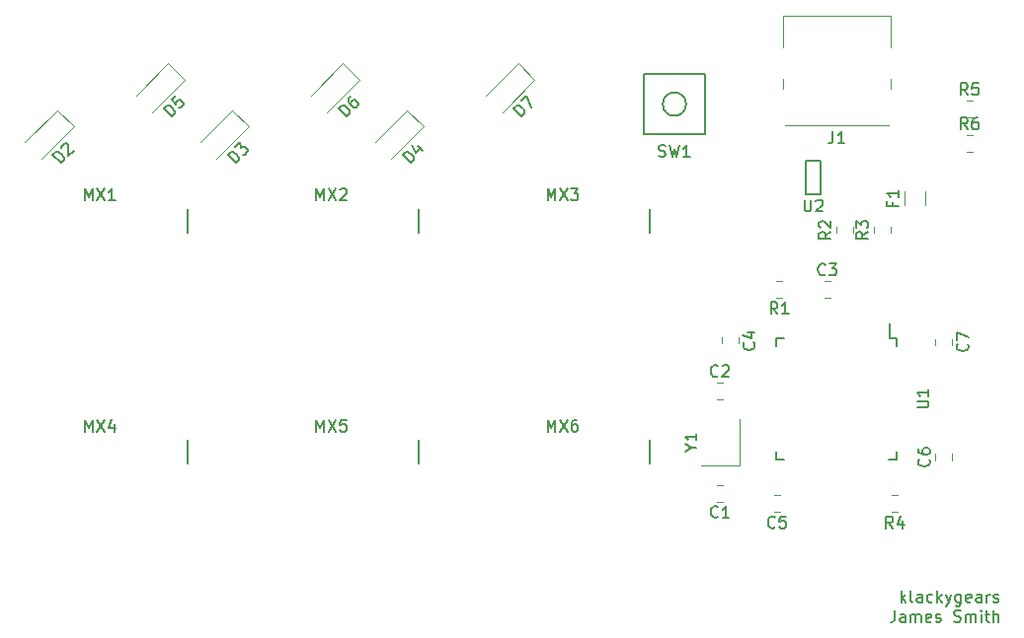
<source format=gbr>
G04 #@! TF.GenerationSoftware,KiCad,Pcbnew,(5.1.5)-3*
G04 #@! TF.CreationDate,2020-04-23T15:25:22-04:00*
G04 #@! TF.ProjectId,Flying_MX,466c7969-6e67-45f4-9d58-2e6b69636164,rev?*
G04 #@! TF.SameCoordinates,Original*
G04 #@! TF.FileFunction,Legend,Top*
G04 #@! TF.FilePolarity,Positive*
%FSLAX46Y46*%
G04 Gerber Fmt 4.6, Leading zero omitted, Abs format (unit mm)*
G04 Created by KiCad (PCBNEW (5.1.5)-3) date 2020-04-23 15:25:22*
%MOMM*%
%LPD*%
G04 APERTURE LIST*
%ADD10C,0.150000*%
%ADD11C,0.120000*%
G04 APERTURE END LIST*
D10*
X128490476Y-78252380D02*
X128490476Y-78966666D01*
X128442857Y-79109523D01*
X128347619Y-79204761D01*
X128204761Y-79252380D01*
X128109523Y-79252380D01*
X129395238Y-79252380D02*
X129395238Y-78728571D01*
X129347619Y-78633333D01*
X129252380Y-78585714D01*
X129061904Y-78585714D01*
X128966666Y-78633333D01*
X129395238Y-79204761D02*
X129300000Y-79252380D01*
X129061904Y-79252380D01*
X128966666Y-79204761D01*
X128919047Y-79109523D01*
X128919047Y-79014285D01*
X128966666Y-78919047D01*
X129061904Y-78871428D01*
X129300000Y-78871428D01*
X129395238Y-78823809D01*
X129871428Y-79252380D02*
X129871428Y-78585714D01*
X129871428Y-78680952D02*
X129919047Y-78633333D01*
X130014285Y-78585714D01*
X130157142Y-78585714D01*
X130252380Y-78633333D01*
X130300000Y-78728571D01*
X130300000Y-79252380D01*
X130300000Y-78728571D02*
X130347619Y-78633333D01*
X130442857Y-78585714D01*
X130585714Y-78585714D01*
X130680952Y-78633333D01*
X130728571Y-78728571D01*
X130728571Y-79252380D01*
X131585714Y-79204761D02*
X131490476Y-79252380D01*
X131300000Y-79252380D01*
X131204761Y-79204761D01*
X131157142Y-79109523D01*
X131157142Y-78728571D01*
X131204761Y-78633333D01*
X131300000Y-78585714D01*
X131490476Y-78585714D01*
X131585714Y-78633333D01*
X131633333Y-78728571D01*
X131633333Y-78823809D01*
X131157142Y-78919047D01*
X132014285Y-79204761D02*
X132109523Y-79252380D01*
X132300000Y-79252380D01*
X132395238Y-79204761D01*
X132442857Y-79109523D01*
X132442857Y-79061904D01*
X132395238Y-78966666D01*
X132300000Y-78919047D01*
X132157142Y-78919047D01*
X132061904Y-78871428D01*
X132014285Y-78776190D01*
X132014285Y-78728571D01*
X132061904Y-78633333D01*
X132157142Y-78585714D01*
X132300000Y-78585714D01*
X132395238Y-78633333D01*
X133585714Y-79204761D02*
X133728571Y-79252380D01*
X133966666Y-79252380D01*
X134061904Y-79204761D01*
X134109523Y-79157142D01*
X134157142Y-79061904D01*
X134157142Y-78966666D01*
X134109523Y-78871428D01*
X134061904Y-78823809D01*
X133966666Y-78776190D01*
X133776190Y-78728571D01*
X133680952Y-78680952D01*
X133633333Y-78633333D01*
X133585714Y-78538095D01*
X133585714Y-78442857D01*
X133633333Y-78347619D01*
X133680952Y-78300000D01*
X133776190Y-78252380D01*
X134014285Y-78252380D01*
X134157142Y-78300000D01*
X134585714Y-79252380D02*
X134585714Y-78585714D01*
X134585714Y-78680952D02*
X134633333Y-78633333D01*
X134728571Y-78585714D01*
X134871428Y-78585714D01*
X134966666Y-78633333D01*
X135014285Y-78728571D01*
X135014285Y-79252380D01*
X135014285Y-78728571D02*
X135061904Y-78633333D01*
X135157142Y-78585714D01*
X135300000Y-78585714D01*
X135395238Y-78633333D01*
X135442857Y-78728571D01*
X135442857Y-79252380D01*
X135919047Y-79252380D02*
X135919047Y-78585714D01*
X135919047Y-78252380D02*
X135871428Y-78300000D01*
X135919047Y-78347619D01*
X135966666Y-78300000D01*
X135919047Y-78252380D01*
X135919047Y-78347619D01*
X136252380Y-78585714D02*
X136633333Y-78585714D01*
X136395238Y-78252380D02*
X136395238Y-79109523D01*
X136442857Y-79204761D01*
X136538095Y-79252380D01*
X136633333Y-79252380D01*
X136966666Y-79252380D02*
X136966666Y-78252380D01*
X137395238Y-79252380D02*
X137395238Y-78728571D01*
X137347619Y-78633333D01*
X137252380Y-78585714D01*
X137109523Y-78585714D01*
X137014285Y-78633333D01*
X136966666Y-78680952D01*
X129057142Y-77552380D02*
X129057142Y-76552380D01*
X129152380Y-77171428D02*
X129438095Y-77552380D01*
X129438095Y-76885714D02*
X129057142Y-77266666D01*
X130009523Y-77552380D02*
X129914285Y-77504761D01*
X129866666Y-77409523D01*
X129866666Y-76552380D01*
X130819047Y-77552380D02*
X130819047Y-77028571D01*
X130771428Y-76933333D01*
X130676190Y-76885714D01*
X130485714Y-76885714D01*
X130390476Y-76933333D01*
X130819047Y-77504761D02*
X130723809Y-77552380D01*
X130485714Y-77552380D01*
X130390476Y-77504761D01*
X130342857Y-77409523D01*
X130342857Y-77314285D01*
X130390476Y-77219047D01*
X130485714Y-77171428D01*
X130723809Y-77171428D01*
X130819047Y-77123809D01*
X131723809Y-77504761D02*
X131628571Y-77552380D01*
X131438095Y-77552380D01*
X131342857Y-77504761D01*
X131295238Y-77457142D01*
X131247619Y-77361904D01*
X131247619Y-77076190D01*
X131295238Y-76980952D01*
X131342857Y-76933333D01*
X131438095Y-76885714D01*
X131628571Y-76885714D01*
X131723809Y-76933333D01*
X132152380Y-77552380D02*
X132152380Y-76552380D01*
X132247619Y-77171428D02*
X132533333Y-77552380D01*
X132533333Y-76885714D02*
X132152380Y-77266666D01*
X132866666Y-76885714D02*
X133104761Y-77552380D01*
X133342857Y-76885714D02*
X133104761Y-77552380D01*
X133009523Y-77790476D01*
X132961904Y-77838095D01*
X132866666Y-77885714D01*
X134152380Y-76885714D02*
X134152380Y-77695238D01*
X134104761Y-77790476D01*
X134057142Y-77838095D01*
X133961904Y-77885714D01*
X133819047Y-77885714D01*
X133723809Y-77838095D01*
X134152380Y-77504761D02*
X134057142Y-77552380D01*
X133866666Y-77552380D01*
X133771428Y-77504761D01*
X133723809Y-77457142D01*
X133676190Y-77361904D01*
X133676190Y-77076190D01*
X133723809Y-76980952D01*
X133771428Y-76933333D01*
X133866666Y-76885714D01*
X134057142Y-76885714D01*
X134152380Y-76933333D01*
X135009523Y-77504761D02*
X134914285Y-77552380D01*
X134723809Y-77552380D01*
X134628571Y-77504761D01*
X134580952Y-77409523D01*
X134580952Y-77028571D01*
X134628571Y-76933333D01*
X134723809Y-76885714D01*
X134914285Y-76885714D01*
X135009523Y-76933333D01*
X135057142Y-77028571D01*
X135057142Y-77123809D01*
X134580952Y-77219047D01*
X135914285Y-77552380D02*
X135914285Y-77028571D01*
X135866666Y-76933333D01*
X135771428Y-76885714D01*
X135580952Y-76885714D01*
X135485714Y-76933333D01*
X135914285Y-77504761D02*
X135819047Y-77552380D01*
X135580952Y-77552380D01*
X135485714Y-77504761D01*
X135438095Y-77409523D01*
X135438095Y-77314285D01*
X135485714Y-77219047D01*
X135580952Y-77171428D01*
X135819047Y-77171428D01*
X135914285Y-77123809D01*
X136390476Y-77552380D02*
X136390476Y-76885714D01*
X136390476Y-77076190D02*
X136438095Y-76980952D01*
X136485714Y-76933333D01*
X136580952Y-76885714D01*
X136676190Y-76885714D01*
X136961904Y-77504761D02*
X137057142Y-77552380D01*
X137247619Y-77552380D01*
X137342857Y-77504761D01*
X137390476Y-77409523D01*
X137390476Y-77361904D01*
X137342857Y-77266666D01*
X137247619Y-77219047D01*
X137104761Y-77219047D01*
X137009523Y-77171428D01*
X136961904Y-77076190D01*
X136961904Y-77028571D01*
X137009523Y-76933333D01*
X137104761Y-76885714D01*
X137247619Y-76885714D01*
X137342857Y-76933333D01*
X122150000Y-39650000D02*
X122150000Y-42550000D01*
X122150000Y-39650000D02*
X120850000Y-39650000D01*
X120850000Y-39650000D02*
X120850000Y-42550000D01*
X120850000Y-42550000D02*
X122150000Y-42550000D01*
X107000000Y-32200000D02*
X112200000Y-32200000D01*
X112200000Y-32200000D02*
X112200000Y-37400000D01*
X112200000Y-37400000D02*
X107000000Y-37400000D01*
X107000000Y-37400000D02*
X107000000Y-32200000D01*
X110600000Y-34800000D02*
G75*
G03X110600000Y-34800000I-1000000J0D01*
G01*
X107512500Y-63643750D02*
X107512500Y-65643750D01*
X87668750Y-63643750D02*
X87668750Y-65643750D01*
X67825000Y-63643750D02*
X67825000Y-65643750D01*
X107512500Y-43800000D02*
X107512500Y-45800000D01*
X87668750Y-43800000D02*
X87668750Y-45800000D01*
X67825000Y-43800000D02*
X67825000Y-45800000D01*
D11*
X128120000Y-33500000D02*
X128120000Y-32600000D01*
X118930000Y-33500000D02*
X118930000Y-32600000D01*
X128120000Y-29900000D02*
X128120000Y-27170000D01*
X118930000Y-29900000D02*
X118930000Y-27170000D01*
X128000000Y-36580000D02*
X119050000Y-36580000D01*
X128120000Y-27170000D02*
X118930000Y-27170000D01*
X131110000Y-43502064D02*
X131110000Y-42297936D01*
X129290000Y-43502064D02*
X129290000Y-42297936D01*
X134641422Y-38860000D02*
X135158578Y-38860000D01*
X134641422Y-37440000D02*
X135158578Y-37440000D01*
X134641422Y-35910000D02*
X135158578Y-35910000D01*
X134641422Y-34490000D02*
X135158578Y-34490000D01*
D10*
X128100000Y-54925000D02*
X128100000Y-53650000D01*
X128675000Y-65275000D02*
X128675000Y-64600000D01*
X118325000Y-65275000D02*
X118325000Y-64600000D01*
X118325000Y-54925000D02*
X118325000Y-55600000D01*
X128675000Y-54925000D02*
X128675000Y-55600000D01*
X118325000Y-54925000D02*
X119000000Y-54925000D01*
X118325000Y-65275000D02*
X119000000Y-65275000D01*
X128675000Y-65275000D02*
X128000000Y-65275000D01*
X128675000Y-54925000D02*
X128100000Y-54925000D01*
D11*
X113241422Y-60110000D02*
X113758578Y-60110000D01*
X113241422Y-58690000D02*
X113758578Y-58690000D01*
X113758578Y-67490000D02*
X113241422Y-67490000D01*
X113758578Y-68910000D02*
X113241422Y-68910000D01*
X115150000Y-65800000D02*
X115150000Y-61800000D01*
X111850000Y-65800000D02*
X115150000Y-65800000D01*
X58098097Y-36716117D02*
X55340381Y-39473833D01*
X56683883Y-35301903D02*
X53926167Y-38059619D01*
X58098097Y-36716117D02*
X56683883Y-35301903D01*
X128758578Y-68390000D02*
X128241422Y-68390000D01*
X128758578Y-69810000D02*
X128241422Y-69810000D01*
X128110000Y-45858578D02*
X128110000Y-45341422D01*
X126690000Y-45858578D02*
X126690000Y-45341422D01*
X124910000Y-45858578D02*
X124910000Y-45341422D01*
X123490000Y-45858578D02*
X123490000Y-45341422D01*
X118858578Y-49990000D02*
X118341422Y-49990000D01*
X118858578Y-51410000D02*
X118341422Y-51410000D01*
X97598097Y-32716117D02*
X94840381Y-35473833D01*
X96183883Y-31301903D02*
X93426167Y-34059619D01*
X97598097Y-32716117D02*
X96183883Y-31301903D01*
X82598097Y-32716117D02*
X79840381Y-35473833D01*
X81183883Y-31301903D02*
X78426167Y-34059619D01*
X82598097Y-32716117D02*
X81183883Y-31301903D01*
X67598097Y-32716117D02*
X64840381Y-35473833D01*
X66183883Y-31301903D02*
X63426167Y-34059619D01*
X67598097Y-32716117D02*
X66183883Y-31301903D01*
X88098097Y-36716117D02*
X85340381Y-39473833D01*
X86683883Y-35301903D02*
X83926167Y-38059619D01*
X88098097Y-36716117D02*
X86683883Y-35301903D01*
X73098097Y-36716117D02*
X70340381Y-39473833D01*
X71683883Y-35301903D02*
X68926167Y-38059619D01*
X73098097Y-36716117D02*
X71683883Y-35301903D01*
X131990000Y-54941422D02*
X131990000Y-55458578D01*
X133410000Y-54941422D02*
X133410000Y-55458578D01*
X133410000Y-65358578D02*
X133410000Y-64841422D01*
X131990000Y-65358578D02*
X131990000Y-64841422D01*
X118658578Y-68390000D02*
X118141422Y-68390000D01*
X118658578Y-69810000D02*
X118141422Y-69810000D01*
X113690000Y-54841422D02*
X113690000Y-55358578D01*
X115110000Y-54841422D02*
X115110000Y-55358578D01*
X122441422Y-51410000D02*
X122958578Y-51410000D01*
X122441422Y-49990000D02*
X122958578Y-49990000D01*
D10*
X120738095Y-43002380D02*
X120738095Y-43811904D01*
X120785714Y-43907142D01*
X120833333Y-43954761D01*
X120928571Y-44002380D01*
X121119047Y-44002380D01*
X121214285Y-43954761D01*
X121261904Y-43907142D01*
X121309523Y-43811904D01*
X121309523Y-43002380D01*
X121738095Y-43097619D02*
X121785714Y-43050000D01*
X121880952Y-43002380D01*
X122119047Y-43002380D01*
X122214285Y-43050000D01*
X122261904Y-43097619D01*
X122309523Y-43192857D01*
X122309523Y-43288095D01*
X122261904Y-43430952D01*
X121690476Y-44002380D01*
X122309523Y-44002380D01*
X108266666Y-39268761D02*
X108409523Y-39316380D01*
X108647619Y-39316380D01*
X108742857Y-39268761D01*
X108790476Y-39221142D01*
X108838095Y-39125904D01*
X108838095Y-39030666D01*
X108790476Y-38935428D01*
X108742857Y-38887809D01*
X108647619Y-38840190D01*
X108457142Y-38792571D01*
X108361904Y-38744952D01*
X108314285Y-38697333D01*
X108266666Y-38602095D01*
X108266666Y-38506857D01*
X108314285Y-38411619D01*
X108361904Y-38364000D01*
X108457142Y-38316380D01*
X108695238Y-38316380D01*
X108838095Y-38364000D01*
X109171428Y-38316380D02*
X109409523Y-39316380D01*
X109600000Y-38602095D01*
X109790476Y-39316380D01*
X110028571Y-38316380D01*
X110933333Y-39316380D02*
X110361904Y-39316380D01*
X110647619Y-39316380D02*
X110647619Y-38316380D01*
X110552380Y-38459238D01*
X110457142Y-38554476D01*
X110361904Y-38602095D01*
X98726785Y-62896130D02*
X98726785Y-61896130D01*
X99060119Y-62610416D01*
X99393452Y-61896130D01*
X99393452Y-62896130D01*
X99774404Y-61896130D02*
X100441071Y-62896130D01*
X100441071Y-61896130D02*
X99774404Y-62896130D01*
X101250595Y-61896130D02*
X101060119Y-61896130D01*
X100964880Y-61943750D01*
X100917261Y-61991369D01*
X100822023Y-62134226D01*
X100774404Y-62324702D01*
X100774404Y-62705654D01*
X100822023Y-62800892D01*
X100869642Y-62848511D01*
X100964880Y-62896130D01*
X101155357Y-62896130D01*
X101250595Y-62848511D01*
X101298214Y-62800892D01*
X101345833Y-62705654D01*
X101345833Y-62467559D01*
X101298214Y-62372321D01*
X101250595Y-62324702D01*
X101155357Y-62277083D01*
X100964880Y-62277083D01*
X100869642Y-62324702D01*
X100822023Y-62372321D01*
X100774404Y-62467559D01*
X78883035Y-62896130D02*
X78883035Y-61896130D01*
X79216369Y-62610416D01*
X79549702Y-61896130D01*
X79549702Y-62896130D01*
X79930654Y-61896130D02*
X80597321Y-62896130D01*
X80597321Y-61896130D02*
X79930654Y-62896130D01*
X81454464Y-61896130D02*
X80978273Y-61896130D01*
X80930654Y-62372321D01*
X80978273Y-62324702D01*
X81073511Y-62277083D01*
X81311607Y-62277083D01*
X81406845Y-62324702D01*
X81454464Y-62372321D01*
X81502083Y-62467559D01*
X81502083Y-62705654D01*
X81454464Y-62800892D01*
X81406845Y-62848511D01*
X81311607Y-62896130D01*
X81073511Y-62896130D01*
X80978273Y-62848511D01*
X80930654Y-62800892D01*
X59039285Y-62896130D02*
X59039285Y-61896130D01*
X59372619Y-62610416D01*
X59705952Y-61896130D01*
X59705952Y-62896130D01*
X60086904Y-61896130D02*
X60753571Y-62896130D01*
X60753571Y-61896130D02*
X60086904Y-62896130D01*
X61563095Y-62229464D02*
X61563095Y-62896130D01*
X61325000Y-61848511D02*
X61086904Y-62562797D01*
X61705952Y-62562797D01*
X98726785Y-43052380D02*
X98726785Y-42052380D01*
X99060119Y-42766666D01*
X99393452Y-42052380D01*
X99393452Y-43052380D01*
X99774404Y-42052380D02*
X100441071Y-43052380D01*
X100441071Y-42052380D02*
X99774404Y-43052380D01*
X100726785Y-42052380D02*
X101345833Y-42052380D01*
X101012500Y-42433333D01*
X101155357Y-42433333D01*
X101250595Y-42480952D01*
X101298214Y-42528571D01*
X101345833Y-42623809D01*
X101345833Y-42861904D01*
X101298214Y-42957142D01*
X101250595Y-43004761D01*
X101155357Y-43052380D01*
X100869642Y-43052380D01*
X100774404Y-43004761D01*
X100726785Y-42957142D01*
X78883035Y-43052380D02*
X78883035Y-42052380D01*
X79216369Y-42766666D01*
X79549702Y-42052380D01*
X79549702Y-43052380D01*
X79930654Y-42052380D02*
X80597321Y-43052380D01*
X80597321Y-42052380D02*
X79930654Y-43052380D01*
X80930654Y-42147619D02*
X80978273Y-42100000D01*
X81073511Y-42052380D01*
X81311607Y-42052380D01*
X81406845Y-42100000D01*
X81454464Y-42147619D01*
X81502083Y-42242857D01*
X81502083Y-42338095D01*
X81454464Y-42480952D01*
X80883035Y-43052380D01*
X81502083Y-43052380D01*
X59039285Y-43052380D02*
X59039285Y-42052380D01*
X59372619Y-42766666D01*
X59705952Y-42052380D01*
X59705952Y-43052380D01*
X60086904Y-42052380D02*
X60753571Y-43052380D01*
X60753571Y-42052380D02*
X60086904Y-43052380D01*
X61658333Y-43052380D02*
X61086904Y-43052380D01*
X61372619Y-43052380D02*
X61372619Y-42052380D01*
X61277380Y-42195238D01*
X61182142Y-42290476D01*
X61086904Y-42338095D01*
X123191666Y-37152380D02*
X123191666Y-37866666D01*
X123144047Y-38009523D01*
X123048809Y-38104761D01*
X122905952Y-38152380D01*
X122810714Y-38152380D01*
X124191666Y-38152380D02*
X123620238Y-38152380D01*
X123905952Y-38152380D02*
X123905952Y-37152380D01*
X123810714Y-37295238D01*
X123715476Y-37390476D01*
X123620238Y-37438095D01*
X128308571Y-43233333D02*
X128308571Y-43566666D01*
X128832380Y-43566666D02*
X127832380Y-43566666D01*
X127832380Y-43090476D01*
X128832380Y-42185714D02*
X128832380Y-42757142D01*
X128832380Y-42471428D02*
X127832380Y-42471428D01*
X127975238Y-42566666D01*
X128070476Y-42661904D01*
X128118095Y-42757142D01*
X134733333Y-36952380D02*
X134400000Y-36476190D01*
X134161904Y-36952380D02*
X134161904Y-35952380D01*
X134542857Y-35952380D01*
X134638095Y-36000000D01*
X134685714Y-36047619D01*
X134733333Y-36142857D01*
X134733333Y-36285714D01*
X134685714Y-36380952D01*
X134638095Y-36428571D01*
X134542857Y-36476190D01*
X134161904Y-36476190D01*
X135590476Y-35952380D02*
X135400000Y-35952380D01*
X135304761Y-36000000D01*
X135257142Y-36047619D01*
X135161904Y-36190476D01*
X135114285Y-36380952D01*
X135114285Y-36761904D01*
X135161904Y-36857142D01*
X135209523Y-36904761D01*
X135304761Y-36952380D01*
X135495238Y-36952380D01*
X135590476Y-36904761D01*
X135638095Y-36857142D01*
X135685714Y-36761904D01*
X135685714Y-36523809D01*
X135638095Y-36428571D01*
X135590476Y-36380952D01*
X135495238Y-36333333D01*
X135304761Y-36333333D01*
X135209523Y-36380952D01*
X135161904Y-36428571D01*
X135114285Y-36523809D01*
X134733333Y-34002380D02*
X134400000Y-33526190D01*
X134161904Y-34002380D02*
X134161904Y-33002380D01*
X134542857Y-33002380D01*
X134638095Y-33050000D01*
X134685714Y-33097619D01*
X134733333Y-33192857D01*
X134733333Y-33335714D01*
X134685714Y-33430952D01*
X134638095Y-33478571D01*
X134542857Y-33526190D01*
X134161904Y-33526190D01*
X135638095Y-33002380D02*
X135161904Y-33002380D01*
X135114285Y-33478571D01*
X135161904Y-33430952D01*
X135257142Y-33383333D01*
X135495238Y-33383333D01*
X135590476Y-33430952D01*
X135638095Y-33478571D01*
X135685714Y-33573809D01*
X135685714Y-33811904D01*
X135638095Y-33907142D01*
X135590476Y-33954761D01*
X135495238Y-34002380D01*
X135257142Y-34002380D01*
X135161904Y-33954761D01*
X135114285Y-33907142D01*
X130402380Y-60861904D02*
X131211904Y-60861904D01*
X131307142Y-60814285D01*
X131354761Y-60766666D01*
X131402380Y-60671428D01*
X131402380Y-60480952D01*
X131354761Y-60385714D01*
X131307142Y-60338095D01*
X131211904Y-60290476D01*
X130402380Y-60290476D01*
X131402380Y-59290476D02*
X131402380Y-59861904D01*
X131402380Y-59576190D02*
X130402380Y-59576190D01*
X130545238Y-59671428D01*
X130640476Y-59766666D01*
X130688095Y-59861904D01*
X113333333Y-58107142D02*
X113285714Y-58154761D01*
X113142857Y-58202380D01*
X113047619Y-58202380D01*
X112904761Y-58154761D01*
X112809523Y-58059523D01*
X112761904Y-57964285D01*
X112714285Y-57773809D01*
X112714285Y-57630952D01*
X112761904Y-57440476D01*
X112809523Y-57345238D01*
X112904761Y-57250000D01*
X113047619Y-57202380D01*
X113142857Y-57202380D01*
X113285714Y-57250000D01*
X113333333Y-57297619D01*
X113714285Y-57297619D02*
X113761904Y-57250000D01*
X113857142Y-57202380D01*
X114095238Y-57202380D01*
X114190476Y-57250000D01*
X114238095Y-57297619D01*
X114285714Y-57392857D01*
X114285714Y-57488095D01*
X114238095Y-57630952D01*
X113666666Y-58202380D01*
X114285714Y-58202380D01*
X113333333Y-70207142D02*
X113285714Y-70254761D01*
X113142857Y-70302380D01*
X113047619Y-70302380D01*
X112904761Y-70254761D01*
X112809523Y-70159523D01*
X112761904Y-70064285D01*
X112714285Y-69873809D01*
X112714285Y-69730952D01*
X112761904Y-69540476D01*
X112809523Y-69445238D01*
X112904761Y-69350000D01*
X113047619Y-69302380D01*
X113142857Y-69302380D01*
X113285714Y-69350000D01*
X113333333Y-69397619D01*
X114285714Y-70302380D02*
X113714285Y-70302380D01*
X114000000Y-70302380D02*
X114000000Y-69302380D01*
X113904761Y-69445238D01*
X113809523Y-69540476D01*
X113714285Y-69588095D01*
X111026190Y-64276190D02*
X111502380Y-64276190D01*
X110502380Y-64609523D02*
X111026190Y-64276190D01*
X110502380Y-63942857D01*
X111502380Y-63085714D02*
X111502380Y-63657142D01*
X111502380Y-63371428D02*
X110502380Y-63371428D01*
X110645238Y-63466666D01*
X110740476Y-63561904D01*
X110788095Y-63657142D01*
X57012183Y-39856007D02*
X56305076Y-39148901D01*
X56473435Y-38980542D01*
X56608122Y-38913198D01*
X56742809Y-38913198D01*
X56843824Y-38946870D01*
X57012183Y-39047885D01*
X57113198Y-39148901D01*
X57214214Y-39317259D01*
X57247885Y-39418275D01*
X57247885Y-39552962D01*
X57180542Y-39687649D01*
X57012183Y-39856007D01*
X57045855Y-38542809D02*
X57045855Y-38475465D01*
X57079526Y-38374450D01*
X57247885Y-38206091D01*
X57348901Y-38172420D01*
X57416244Y-38172420D01*
X57517259Y-38206091D01*
X57584603Y-38273435D01*
X57651946Y-38408122D01*
X57651946Y-39216244D01*
X58089679Y-38778511D01*
X128333333Y-71202380D02*
X128000000Y-70726190D01*
X127761904Y-71202380D02*
X127761904Y-70202380D01*
X128142857Y-70202380D01*
X128238095Y-70250000D01*
X128285714Y-70297619D01*
X128333333Y-70392857D01*
X128333333Y-70535714D01*
X128285714Y-70630952D01*
X128238095Y-70678571D01*
X128142857Y-70726190D01*
X127761904Y-70726190D01*
X129190476Y-70535714D02*
X129190476Y-71202380D01*
X128952380Y-70154761D02*
X128714285Y-70869047D01*
X129333333Y-70869047D01*
X126202380Y-45766666D02*
X125726190Y-46100000D01*
X126202380Y-46338095D02*
X125202380Y-46338095D01*
X125202380Y-45957142D01*
X125250000Y-45861904D01*
X125297619Y-45814285D01*
X125392857Y-45766666D01*
X125535714Y-45766666D01*
X125630952Y-45814285D01*
X125678571Y-45861904D01*
X125726190Y-45957142D01*
X125726190Y-46338095D01*
X125202380Y-45433333D02*
X125202380Y-44814285D01*
X125583333Y-45147619D01*
X125583333Y-45004761D01*
X125630952Y-44909523D01*
X125678571Y-44861904D01*
X125773809Y-44814285D01*
X126011904Y-44814285D01*
X126107142Y-44861904D01*
X126154761Y-44909523D01*
X126202380Y-45004761D01*
X126202380Y-45290476D01*
X126154761Y-45385714D01*
X126107142Y-45433333D01*
X123002380Y-45766666D02*
X122526190Y-46100000D01*
X123002380Y-46338095D02*
X122002380Y-46338095D01*
X122002380Y-45957142D01*
X122050000Y-45861904D01*
X122097619Y-45814285D01*
X122192857Y-45766666D01*
X122335714Y-45766666D01*
X122430952Y-45814285D01*
X122478571Y-45861904D01*
X122526190Y-45957142D01*
X122526190Y-46338095D01*
X122097619Y-45385714D02*
X122050000Y-45338095D01*
X122002380Y-45242857D01*
X122002380Y-45004761D01*
X122050000Y-44909523D01*
X122097619Y-44861904D01*
X122192857Y-44814285D01*
X122288095Y-44814285D01*
X122430952Y-44861904D01*
X123002380Y-45433333D01*
X123002380Y-44814285D01*
X118433333Y-52802380D02*
X118100000Y-52326190D01*
X117861904Y-52802380D02*
X117861904Y-51802380D01*
X118242857Y-51802380D01*
X118338095Y-51850000D01*
X118385714Y-51897619D01*
X118433333Y-51992857D01*
X118433333Y-52135714D01*
X118385714Y-52230952D01*
X118338095Y-52278571D01*
X118242857Y-52326190D01*
X117861904Y-52326190D01*
X119385714Y-52802380D02*
X118814285Y-52802380D01*
X119100000Y-52802380D02*
X119100000Y-51802380D01*
X119004761Y-51945238D01*
X118909523Y-52040476D01*
X118814285Y-52088095D01*
X96512183Y-35856007D02*
X95805076Y-35148901D01*
X95973435Y-34980542D01*
X96108122Y-34913198D01*
X96242809Y-34913198D01*
X96343824Y-34946870D01*
X96512183Y-35047885D01*
X96613198Y-35148901D01*
X96714214Y-35317259D01*
X96747885Y-35418275D01*
X96747885Y-35552962D01*
X96680542Y-35687649D01*
X96512183Y-35856007D01*
X96444839Y-34509137D02*
X96916244Y-34037733D01*
X97320305Y-35047885D01*
X81512183Y-35856007D02*
X80805076Y-35148901D01*
X80973435Y-34980542D01*
X81108122Y-34913198D01*
X81242809Y-34913198D01*
X81343824Y-34946870D01*
X81512183Y-35047885D01*
X81613198Y-35148901D01*
X81714214Y-35317259D01*
X81747885Y-35418275D01*
X81747885Y-35552962D01*
X81680542Y-35687649D01*
X81512183Y-35856007D01*
X81815229Y-34138748D02*
X81680542Y-34273435D01*
X81646870Y-34374450D01*
X81646870Y-34441794D01*
X81680542Y-34610152D01*
X81781557Y-34778511D01*
X82050931Y-35047885D01*
X82151946Y-35081557D01*
X82219290Y-35081557D01*
X82320305Y-35047885D01*
X82454992Y-34913198D01*
X82488664Y-34812183D01*
X82488664Y-34744839D01*
X82454992Y-34643824D01*
X82286633Y-34475465D01*
X82185618Y-34441794D01*
X82118275Y-34441794D01*
X82017259Y-34475465D01*
X81882572Y-34610152D01*
X81848901Y-34711168D01*
X81848901Y-34778511D01*
X81882572Y-34879526D01*
X66512183Y-35856007D02*
X65805076Y-35148901D01*
X65973435Y-34980542D01*
X66108122Y-34913198D01*
X66242809Y-34913198D01*
X66343824Y-34946870D01*
X66512183Y-35047885D01*
X66613198Y-35148901D01*
X66714214Y-35317259D01*
X66747885Y-35418275D01*
X66747885Y-35552962D01*
X66680542Y-35687649D01*
X66512183Y-35856007D01*
X66848901Y-34105076D02*
X66512183Y-34441794D01*
X66815229Y-34812183D01*
X66815229Y-34744839D01*
X66848901Y-34643824D01*
X67017259Y-34475465D01*
X67118275Y-34441794D01*
X67185618Y-34441794D01*
X67286633Y-34475465D01*
X67454992Y-34643824D01*
X67488664Y-34744839D01*
X67488664Y-34812183D01*
X67454992Y-34913198D01*
X67286633Y-35081557D01*
X67185618Y-35115229D01*
X67118275Y-35115229D01*
X87012183Y-39856007D02*
X86305076Y-39148901D01*
X86473435Y-38980542D01*
X86608122Y-38913198D01*
X86742809Y-38913198D01*
X86843824Y-38946870D01*
X87012183Y-39047885D01*
X87113198Y-39148901D01*
X87214214Y-39317259D01*
X87247885Y-39418275D01*
X87247885Y-39552962D01*
X87180542Y-39687649D01*
X87012183Y-39856007D01*
X87550931Y-38374450D02*
X88022336Y-38845855D01*
X87113198Y-38273435D02*
X87449916Y-38946870D01*
X87887649Y-38509137D01*
X72012183Y-39856007D02*
X71305076Y-39148901D01*
X71473435Y-38980542D01*
X71608122Y-38913198D01*
X71742809Y-38913198D01*
X71843824Y-38946870D01*
X72012183Y-39047885D01*
X72113198Y-39148901D01*
X72214214Y-39317259D01*
X72247885Y-39418275D01*
X72247885Y-39552962D01*
X72180542Y-39687649D01*
X72012183Y-39856007D01*
X71944839Y-38509137D02*
X72382572Y-38071404D01*
X72416244Y-38576481D01*
X72517259Y-38475465D01*
X72618275Y-38441794D01*
X72685618Y-38441794D01*
X72786633Y-38475465D01*
X72954992Y-38643824D01*
X72988664Y-38744839D01*
X72988664Y-38812183D01*
X72954992Y-38913198D01*
X72752962Y-39115229D01*
X72651946Y-39148901D01*
X72584603Y-39148901D01*
X134707142Y-55366666D02*
X134754761Y-55414285D01*
X134802380Y-55557142D01*
X134802380Y-55652380D01*
X134754761Y-55795238D01*
X134659523Y-55890476D01*
X134564285Y-55938095D01*
X134373809Y-55985714D01*
X134230952Y-55985714D01*
X134040476Y-55938095D01*
X133945238Y-55890476D01*
X133850000Y-55795238D01*
X133802380Y-55652380D01*
X133802380Y-55557142D01*
X133850000Y-55414285D01*
X133897619Y-55366666D01*
X133802380Y-55033333D02*
X133802380Y-54366666D01*
X134802380Y-54795238D01*
X131407142Y-65266666D02*
X131454761Y-65314285D01*
X131502380Y-65457142D01*
X131502380Y-65552380D01*
X131454761Y-65695238D01*
X131359523Y-65790476D01*
X131264285Y-65838095D01*
X131073809Y-65885714D01*
X130930952Y-65885714D01*
X130740476Y-65838095D01*
X130645238Y-65790476D01*
X130550000Y-65695238D01*
X130502380Y-65552380D01*
X130502380Y-65457142D01*
X130550000Y-65314285D01*
X130597619Y-65266666D01*
X130502380Y-64409523D02*
X130502380Y-64600000D01*
X130550000Y-64695238D01*
X130597619Y-64742857D01*
X130740476Y-64838095D01*
X130930952Y-64885714D01*
X131311904Y-64885714D01*
X131407142Y-64838095D01*
X131454761Y-64790476D01*
X131502380Y-64695238D01*
X131502380Y-64504761D01*
X131454761Y-64409523D01*
X131407142Y-64361904D01*
X131311904Y-64314285D01*
X131073809Y-64314285D01*
X130978571Y-64361904D01*
X130930952Y-64409523D01*
X130883333Y-64504761D01*
X130883333Y-64695238D01*
X130930952Y-64790476D01*
X130978571Y-64838095D01*
X131073809Y-64885714D01*
X118233333Y-71107142D02*
X118185714Y-71154761D01*
X118042857Y-71202380D01*
X117947619Y-71202380D01*
X117804761Y-71154761D01*
X117709523Y-71059523D01*
X117661904Y-70964285D01*
X117614285Y-70773809D01*
X117614285Y-70630952D01*
X117661904Y-70440476D01*
X117709523Y-70345238D01*
X117804761Y-70250000D01*
X117947619Y-70202380D01*
X118042857Y-70202380D01*
X118185714Y-70250000D01*
X118233333Y-70297619D01*
X119138095Y-70202380D02*
X118661904Y-70202380D01*
X118614285Y-70678571D01*
X118661904Y-70630952D01*
X118757142Y-70583333D01*
X118995238Y-70583333D01*
X119090476Y-70630952D01*
X119138095Y-70678571D01*
X119185714Y-70773809D01*
X119185714Y-71011904D01*
X119138095Y-71107142D01*
X119090476Y-71154761D01*
X118995238Y-71202380D01*
X118757142Y-71202380D01*
X118661904Y-71154761D01*
X118614285Y-71107142D01*
X116407142Y-55266666D02*
X116454761Y-55314285D01*
X116502380Y-55457142D01*
X116502380Y-55552380D01*
X116454761Y-55695238D01*
X116359523Y-55790476D01*
X116264285Y-55838095D01*
X116073809Y-55885714D01*
X115930952Y-55885714D01*
X115740476Y-55838095D01*
X115645238Y-55790476D01*
X115550000Y-55695238D01*
X115502380Y-55552380D01*
X115502380Y-55457142D01*
X115550000Y-55314285D01*
X115597619Y-55266666D01*
X115835714Y-54409523D02*
X116502380Y-54409523D01*
X115454761Y-54647619D02*
X116169047Y-54885714D01*
X116169047Y-54266666D01*
X122533333Y-49407142D02*
X122485714Y-49454761D01*
X122342857Y-49502380D01*
X122247619Y-49502380D01*
X122104761Y-49454761D01*
X122009523Y-49359523D01*
X121961904Y-49264285D01*
X121914285Y-49073809D01*
X121914285Y-48930952D01*
X121961904Y-48740476D01*
X122009523Y-48645238D01*
X122104761Y-48550000D01*
X122247619Y-48502380D01*
X122342857Y-48502380D01*
X122485714Y-48550000D01*
X122533333Y-48597619D01*
X122866666Y-48502380D02*
X123485714Y-48502380D01*
X123152380Y-48883333D01*
X123295238Y-48883333D01*
X123390476Y-48930952D01*
X123438095Y-48978571D01*
X123485714Y-49073809D01*
X123485714Y-49311904D01*
X123438095Y-49407142D01*
X123390476Y-49454761D01*
X123295238Y-49502380D01*
X123009523Y-49502380D01*
X122914285Y-49454761D01*
X122866666Y-49407142D01*
M02*

</source>
